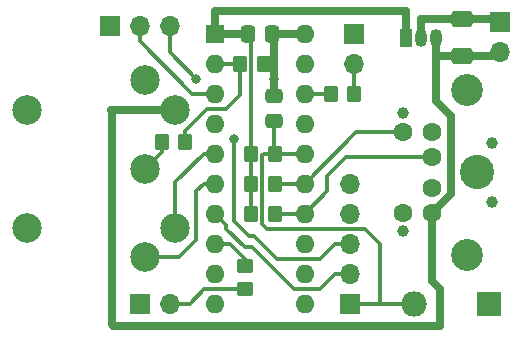
<source format=gbr>
%TF.GenerationSoftware,KiCad,Pcbnew,(6.0.0)*%
%TF.CreationDate,2022-10-20T13:44:37-04:00*%
%TF.ProjectId,TandyKey-A,54616e64-794b-4657-992d-412e6b696361,rev?*%
%TF.SameCoordinates,Original*%
%TF.FileFunction,Copper,L2,Bot*%
%TF.FilePolarity,Positive*%
%FSLAX46Y46*%
G04 Gerber Fmt 4.6, Leading zero omitted, Abs format (unit mm)*
G04 Created by KiCad (PCBNEW (6.0.0)) date 2022-10-20 13:44:37*
%MOMM*%
%LPD*%
G01*
G04 APERTURE LIST*
G04 Aperture macros list*
%AMRoundRect*
0 Rectangle with rounded corners*
0 $1 Rounding radius*
0 $2 $3 $4 $5 $6 $7 $8 $9 X,Y pos of 4 corners*
0 Add a 4 corners polygon primitive as box body*
4,1,4,$2,$3,$4,$5,$6,$7,$8,$9,$2,$3,0*
0 Add four circle primitives for the rounded corners*
1,1,$1+$1,$2,$3*
1,1,$1+$1,$4,$5*
1,1,$1+$1,$6,$7*
1,1,$1+$1,$8,$9*
0 Add four rect primitives between the rounded corners*
20,1,$1+$1,$2,$3,$4,$5,0*
20,1,$1+$1,$4,$5,$6,$7,0*
20,1,$1+$1,$6,$7,$8,$9,0*
20,1,$1+$1,$8,$9,$2,$3,0*%
G04 Aperture macros list end*
%TA.AperFunction,WasherPad*%
%ADD10C,2.499360*%
%TD*%
%TA.AperFunction,ComponentPad*%
%ADD11C,2.499360*%
%TD*%
%TA.AperFunction,ComponentPad*%
%ADD12R,1.700000X1.700000*%
%TD*%
%TA.AperFunction,ComponentPad*%
%ADD13O,1.700000X1.700000*%
%TD*%
%TA.AperFunction,ComponentPad*%
%ADD14R,2.159000X2.159000*%
%TD*%
%TA.AperFunction,ComponentPad*%
%ADD15O,2.159000X2.159000*%
%TD*%
%TA.AperFunction,ComponentPad*%
%ADD16R,1.050000X1.500000*%
%TD*%
%TA.AperFunction,ComponentPad*%
%ADD17O,1.050000X1.500000*%
%TD*%
%TA.AperFunction,ComponentPad*%
%ADD18R,1.600000X1.600000*%
%TD*%
%TA.AperFunction,ComponentPad*%
%ADD19O,1.600000X1.600000*%
%TD*%
%TA.AperFunction,ComponentPad*%
%ADD20C,2.700000*%
%TD*%
%TA.AperFunction,ComponentPad*%
%ADD21C,2.899999*%
%TD*%
%TA.AperFunction,ComponentPad*%
%ADD22C,1.600000*%
%TD*%
%TA.AperFunction,ComponentPad*%
%ADD23C,1.000000*%
%TD*%
%TA.AperFunction,SMDPad,CuDef*%
%ADD24RoundRect,0.250000X-0.350000X-0.450000X0.350000X-0.450000X0.350000X0.450000X-0.350000X0.450000X0*%
%TD*%
%TA.AperFunction,SMDPad,CuDef*%
%ADD25RoundRect,0.250000X-0.337500X-0.475000X0.337500X-0.475000X0.337500X0.475000X-0.337500X0.475000X0*%
%TD*%
%TA.AperFunction,SMDPad,CuDef*%
%ADD26RoundRect,0.250000X0.475000X-0.337500X0.475000X0.337500X-0.475000X0.337500X-0.475000X-0.337500X0*%
%TD*%
%TA.AperFunction,SMDPad,CuDef*%
%ADD27RoundRect,0.250000X0.650000X-0.412500X0.650000X0.412500X-0.650000X0.412500X-0.650000X-0.412500X0*%
%TD*%
%TA.AperFunction,SMDPad,CuDef*%
%ADD28RoundRect,0.250000X0.350000X0.450000X-0.350000X0.450000X-0.350000X-0.450000X0.350000X-0.450000X0*%
%TD*%
%TA.AperFunction,SMDPad,CuDef*%
%ADD29RoundRect,0.250000X-0.450000X0.350000X-0.450000X-0.350000X0.450000X-0.350000X0.450000X0.350000X0*%
%TD*%
%TA.AperFunction,ViaPad*%
%ADD30C,0.800000*%
%TD*%
%TA.AperFunction,Conductor*%
%ADD31C,0.635000*%
%TD*%
%TA.AperFunction,Conductor*%
%ADD32C,0.304800*%
%TD*%
%TA.AperFunction,Conductor*%
%ADD33C,0.250000*%
%TD*%
G04 APERTURE END LIST*
D10*
%TO.P,J1,*%
%TO.N,*%
X106349800Y-101203760D03*
X106349800Y-91201240D03*
D11*
%TO.P,J1,1,Pin_1*%
%TO.N,KBD_DTA*%
X116344700Y-103700580D03*
%TO.P,J1,2,Pin_2*%
%TO.N,Net-(J1-Pad2)*%
X116347240Y-96202500D03*
%TO.P,J1,3,Pin_3*%
%TO.N,GND*%
X116344700Y-88704420D03*
%TO.P,J1,4,Pin_4*%
%TO.N,KBD_CLK*%
X118846600Y-101198680D03*
%TO.P,J1,5,Pin_5*%
%TO.N,+5V*%
X118846600Y-91206320D03*
%TD*%
D12*
%TO.P,J5,1,Pin_1*%
%TO.N,GND*%
X113362500Y-84137500D03*
D13*
%TO.P,J5,2,Pin_2*%
%TO.N,BSL_TX*%
X115902500Y-84137500D03*
%TO.P,J5,3,Pin_3*%
%TO.N,Net-(J5-Pad3)*%
X118442500Y-84137500D03*
%TD*%
D14*
%TO.P,SW1,1,1*%
%TO.N,GND*%
X145465000Y-107632500D03*
D15*
%TO.P,SW1,2,2*%
%TO.N,_RST*%
X139065000Y-107632500D03*
%TD*%
D16*
%TO.P,U2,1,VO*%
%TO.N,+3V3*%
X138430000Y-85132500D03*
D17*
%TO.P,U2,2,GND*%
%TO.N,GND*%
X139700000Y-85132500D03*
%TO.P,U2,3,VI*%
%TO.N,+5V*%
X140970000Y-85132500D03*
%TD*%
D18*
%TO.P,U1,1,DVCC*%
%TO.N,+3V3*%
X122247508Y-84777504D03*
D19*
%TO.P,U1,2,TA0CLK/ACLK/CA0/P1.0*%
%TO.N,KBD_BSY*%
X122247508Y-87317504D03*
%TO.P,U1,3,TA0.0/UCA0RXD/UCA0SOMI/P1.1*%
%TO.N,BSL_TX*%
X122247508Y-89857504D03*
%TO.P,U1,4,TA0.1/UCA0TXD/UCA0SIMO/P1.2*%
%TO.N,Net-(J5-Pad3)*%
X122247508Y-92397504D03*
%TO.P,U1,5,P1.3*%
%TO.N,KBD_CLK*%
X122247508Y-94937504D03*
%TO.P,U1,6,TCK/SMCLK/UCB0STE/UCA0CLK/P1.4*%
%TO.N,KBD_DTA*%
X122247508Y-97477504D03*
%TO.P,U1,7,TMS/TA0.0/UCB0CLK/UCA0STE/P1.5*%
%TO.N,BSL_RX*%
X122247508Y-100017504D03*
%TO.P,U1,8,P2.0/TA1.0*%
%TO.N,Net-(R8-Pad1)*%
X122247508Y-102557504D03*
%TO.P,U1,9,P2.1/TA1.1*%
%TO.N,unconnected-(U1-Pad9)*%
X122247508Y-105097504D03*
%TO.P,U1,10,P2.2/TA1.1*%
%TO.N,unconnected-(U1-Pad10)*%
X122247508Y-107637504D03*
%TO.P,U1,11,P2.3/TA1.0*%
%TO.N,unconnected-(U1-Pad11)*%
X129867508Y-107637504D03*
%TO.P,U1,12,P2.4/TA1.2*%
%TO.N,unconnected-(U1-Pad12)*%
X129867508Y-105097504D03*
%TO.P,U1,13,P2.5/TA1.2*%
%TO.N,unconnected-(U1-Pad13)*%
X129867508Y-102557504D03*
%TO.P,U1,14,TDI/TCLK/TA0.1/UCB0SOMI/UCB0SCL/P1.6*%
%TO.N,PS2_DTA*%
X129867508Y-100017504D03*
%TO.P,U1,15,TDO/TDI/UCB0SIMO/UCB0SDA/P1.7*%
%TO.N,PS2_CLK*%
X129867508Y-97477504D03*
%TO.P,U1,16,~{RST}/NMI/SBWTDIO*%
%TO.N,_RST*%
X129867508Y-94937504D03*
%TO.P,U1,17,TEST/SBWTCK*%
%TO.N,TEST*%
X129867508Y-92397504D03*
%TO.P,U1,18,P2.7/XOUT*%
%TO.N,Net-(R3-Pad1)*%
X129867508Y-89857504D03*
%TO.P,U1,19,P2.6/XIN/TA0.1*%
%TO.N,unconnected-(U1-Pad19)*%
X129867508Y-87317504D03*
%TO.P,U1,20,DVSS*%
%TO.N,GND*%
X129867508Y-84777504D03*
%TD*%
D20*
%TO.P,J2,0*%
%TO.N,GND*%
X143625000Y-103520001D03*
X143625000Y-89519999D03*
D21*
X144425000Y-96520000D03*
D22*
%TO.P,J2,1*%
%TO.N,PS2_DTA*%
X140625000Y-95220000D03*
%TO.P,J2,2*%
%TO.N,unconnected-(J2-Pad2)*%
X140625000Y-97820000D03*
%TO.P,J2,3*%
%TO.N,GND*%
X140625000Y-93120000D03*
%TO.P,J2,4*%
%TO.N,+5V*%
X140625000Y-99920000D03*
%TO.P,J2,5*%
%TO.N,PS2_CLK*%
X138125000Y-93120000D03*
%TO.P,J2,6*%
%TO.N,unconnected-(J2-Pad6)*%
X138125000Y-99920000D03*
D23*
%TO.P,J2,M1*%
%TO.N,N/C*%
X145725000Y-94020000D03*
%TO.P,J2,M2*%
X145725000Y-99020000D03*
%TO.P,J2,M3*%
X138125000Y-91520000D03*
%TO.P,J2,M4*%
X138125000Y-101520000D03*
%TD*%
D12*
%TO.P,D1,1,Pin_1*%
%TO.N,GND*%
X133985000Y-84772500D03*
D13*
%TO.P,D1,2,Pin_2*%
%TO.N,Net-(D1-Pad2)*%
X133985000Y-87312500D03*
%TD*%
D12*
%TO.P,J3,1,Pin_1*%
%TO.N,_RST*%
X133667500Y-107627500D03*
D13*
%TO.P,J3,2,Pin_2*%
%TO.N,BSL_RX*%
X133667500Y-105087500D03*
%TO.P,J3,3,Pin_3*%
%TO.N,BSL_TX*%
X133667500Y-102547500D03*
%TO.P,J3,4,Pin_4*%
%TO.N,TEST*%
X133667500Y-100007500D03*
%TO.P,J3,5,Pin_5*%
%TO.N,GND*%
X133667500Y-97467500D03*
%TD*%
D12*
%TO.P,J4,1,Pin_1*%
%TO.N,GND*%
X146367500Y-83820000D03*
D13*
%TO.P,J4,2,Pin_2*%
%TO.N,+5V*%
X146367500Y-86360000D03*
%TD*%
D12*
%TO.P,D2,1,Pin_1*%
%TO.N,GND*%
X115882500Y-107632500D03*
D13*
%TO.P,D2,2,Pin_2*%
%TO.N,Net-(D2-Pad2)*%
X118422500Y-107632500D03*
%TD*%
D24*
%TO.P,R1,1*%
%TO.N,Net-(J1-Pad2)*%
X117745000Y-93980000D03*
%TO.P,R1,2*%
%TO.N,KBD_BSY*%
X119745000Y-93980000D03*
%TD*%
D25*
%TO.P,C1,1*%
%TO.N,+3V3*%
X125010000Y-84772500D03*
%TO.P,C1,2*%
%TO.N,GND*%
X127085000Y-84772500D03*
%TD*%
D26*
%TO.P,C4,1*%
%TO.N,_RST*%
X127270000Y-92160000D03*
%TO.P,C4,2*%
%TO.N,GND*%
X127270000Y-90085000D03*
%TD*%
D27*
%TO.P,C2,1*%
%TO.N,+5V*%
X143192500Y-86652500D03*
%TO.P,C2,2*%
%TO.N,GND*%
X143192500Y-83527500D03*
%TD*%
D28*
%TO.P,R7,1*%
%TO.N,PS2_DTA*%
X127317500Y-100012500D03*
%TO.P,R7,2*%
%TO.N,+3V3*%
X125317500Y-100012500D03*
%TD*%
D24*
%TO.P,R2,1*%
%TO.N,KBD_BSY*%
X124375008Y-87312500D03*
%TO.P,R2,2*%
%TO.N,GND*%
X126375008Y-87312500D03*
%TD*%
%TO.P,R4,1*%
%TO.N,+3V3*%
X125317500Y-94932500D03*
%TO.P,R4,2*%
%TO.N,_RST*%
X127317500Y-94932500D03*
%TD*%
%TO.P,R3,1*%
%TO.N,Net-(R3-Pad1)*%
X132032500Y-89852500D03*
%TO.P,R3,2*%
%TO.N,Net-(D1-Pad2)*%
X134032500Y-89852500D03*
%TD*%
D28*
%TO.P,R6,1*%
%TO.N,PS2_CLK*%
X127317500Y-97472500D03*
%TO.P,R6,2*%
%TO.N,+3V3*%
X125317500Y-97472500D03*
%TD*%
D29*
%TO.P,R8,1*%
%TO.N,Net-(R8-Pad1)*%
X124777500Y-104410000D03*
%TO.P,R8,2*%
%TO.N,Net-(D2-Pad2)*%
X124777500Y-106410000D03*
%TD*%
D30*
%TO.N,GND*%
X127270002Y-88629998D03*
%TO.N,Net-(J5-Pad3)*%
X120650000Y-88582500D03*
%TO.N,BSL_TX*%
X123825000Y-93662500D03*
%TD*%
D31*
%TO.N,+3V3*%
X122247508Y-84777504D02*
X125004996Y-84777504D01*
X122247508Y-82877508D02*
X122247508Y-84777504D01*
X138430000Y-82867500D02*
X138430000Y-85132494D01*
D32*
X125326928Y-100003072D02*
X125326928Y-85089428D01*
D31*
X122237500Y-82867500D02*
X138430000Y-82867500D01*
%TO.N,GND*%
X129867508Y-84777504D02*
X127089992Y-84777504D01*
X139700000Y-83502500D02*
X143167506Y-83502500D01*
D33*
X145415000Y-83502500D02*
X146050000Y-83502500D01*
D31*
X139700000Y-85132494D02*
X139700000Y-83502500D01*
X143192500Y-83527494D02*
X145390006Y-83527494D01*
D32*
X126375008Y-87312500D02*
X127222500Y-87312500D01*
D31*
X127270002Y-88629998D02*
X127270002Y-87265002D01*
X127270002Y-87265002D02*
X127270002Y-84957488D01*
D33*
X145390000Y-83527500D02*
X145415000Y-83502500D01*
D31*
X127270002Y-90085012D02*
X127270002Y-88629998D01*
D32*
X127222500Y-87312500D02*
X127270000Y-87265000D01*
D31*
%TO.N,+5V*%
X143192500Y-86652506D02*
X145707506Y-86652506D01*
X140624992Y-99919993D02*
X142240000Y-98305010D01*
X140970000Y-86677500D02*
X140970000Y-85132500D01*
X113431320Y-91206320D02*
X118846600Y-91206320D01*
D33*
X140995000Y-86652500D02*
X140970000Y-86677500D01*
D31*
X113497030Y-91272030D02*
X113497030Y-109387970D01*
X141287500Y-109537500D02*
X141287500Y-106362500D01*
X143192500Y-86652506D02*
X140994994Y-86652506D01*
X140624992Y-105699992D02*
X140624992Y-99919993D01*
X142240000Y-91757500D02*
X140970000Y-90487500D01*
X141287500Y-106362500D02*
X140624992Y-105699992D01*
X113497030Y-109387970D02*
X113646560Y-109537500D01*
X142240000Y-98305010D02*
X142240000Y-91757500D01*
X140970000Y-90487500D02*
X140970000Y-86677500D01*
X113646560Y-109537500D02*
X141287500Y-109537500D01*
D32*
%TO.N,Net-(D1-Pad2)*%
X134032500Y-89852500D02*
X134032500Y-87360000D01*
%TO.N,KBD_CLK*%
X121290004Y-94937504D02*
X121285000Y-94932500D01*
X118846600Y-97370900D02*
X118846600Y-101198680D01*
X122247508Y-94937504D02*
X121290004Y-94937504D01*
X121285000Y-94932500D02*
X118846600Y-97370900D01*
%TO.N,KBD_DTA*%
X121285000Y-97472500D02*
X120650000Y-98107500D01*
X121290004Y-97477504D02*
X121285000Y-97472500D01*
X120650000Y-102235000D02*
X119184420Y-103700580D01*
X119184420Y-103700580D02*
X116344700Y-103700580D01*
X120650000Y-98107500D02*
X120650000Y-102235000D01*
X122247508Y-97477504D02*
X121290004Y-97477504D01*
%TO.N,PS2_DTA*%
X127317500Y-100012500D02*
X129862504Y-100012500D01*
X131762500Y-96837500D02*
X133380000Y-95220000D01*
X133380000Y-95220000D02*
X140625000Y-95220000D01*
X129867508Y-100017504D02*
X131762500Y-98122512D01*
X131762500Y-98122512D02*
X131762500Y-96837500D01*
%TO.N,PS2_CLK*%
X127317500Y-97472500D02*
X129862504Y-97472500D01*
X134210000Y-93120000D02*
X138020000Y-93120000D01*
X129867508Y-97462492D02*
X134210000Y-93120000D01*
%TO.N,_RST*%
X127317500Y-94932500D02*
X126365000Y-94932500D01*
X136207500Y-102552500D02*
X136207500Y-107632500D01*
X136202500Y-107627500D02*
X136207500Y-107632500D01*
X139065000Y-107632500D02*
X136207500Y-107632500D01*
X126682500Y-101282500D02*
X134937500Y-101282500D01*
X134937500Y-101282500D02*
X136207500Y-102552500D01*
X126269420Y-95028080D02*
X126269420Y-100869420D01*
X126269420Y-100869420D02*
X126682500Y-101282500D01*
X133667500Y-107627500D02*
X136202500Y-107627500D01*
X127270000Y-92160000D02*
X127270000Y-94885000D01*
X127317500Y-94932500D02*
X129862504Y-94932500D01*
X126365000Y-94932500D02*
X126269420Y-95028080D01*
%TO.N,KBD_BSY*%
X119745000Y-92980000D02*
X121602500Y-91122500D01*
X119745000Y-93980000D02*
X119745000Y-92980000D01*
X123190000Y-91122500D02*
X124375008Y-89937492D01*
X122247508Y-87317504D02*
X124370004Y-87317504D01*
X121602500Y-91122500D02*
X123190000Y-91122500D01*
X124375008Y-89937492D02*
X124375008Y-87312500D01*
%TO.N,Net-(R3-Pad1)*%
X129867508Y-89857504D02*
X132027496Y-89857504D01*
%TO.N,Net-(D2-Pad2)*%
X118422500Y-107632500D02*
X120110000Y-107632500D01*
X120110000Y-107632500D02*
X121332500Y-106410000D01*
X124777500Y-106410000D02*
X121332500Y-106410000D01*
%TO.N,Net-(J5-Pad3)*%
X120650000Y-88582500D02*
X118427500Y-86360000D01*
X118442500Y-84137500D02*
X118442500Y-85075000D01*
X118427500Y-86360000D02*
X118427500Y-85090000D01*
X118442500Y-85075000D02*
X118427500Y-85090000D01*
X118427500Y-85090000D02*
X118427500Y-84772500D01*
%TO.N,BSL_TX*%
X131127500Y-103822500D02*
X132402500Y-102547500D01*
X115902500Y-85392500D02*
X115887500Y-85407500D01*
X132402500Y-102547500D02*
X133667500Y-102547500D01*
X127476257Y-103822500D02*
X131127500Y-103822500D01*
X125571256Y-101917500D02*
X127476257Y-103822500D01*
X115887500Y-85407500D02*
X115887500Y-84772500D01*
X123825000Y-100647500D02*
X125095000Y-101917500D01*
X122247508Y-89857504D02*
X120337504Y-89857504D01*
X123825000Y-93662500D02*
X123825000Y-100647500D01*
X115902500Y-84137500D02*
X115902500Y-85392500D01*
X120337504Y-89857504D02*
X115887500Y-85407500D01*
X125095000Y-101917500D02*
X125571256Y-101917500D01*
%TO.N,BSL_RX*%
X128905000Y-106362500D02*
X125412500Y-102870000D01*
X123190000Y-100959996D02*
X122247508Y-100017504D01*
X123190000Y-101282500D02*
X123190000Y-100959996D01*
X131127500Y-106362500D02*
X128905000Y-106362500D01*
X133667500Y-105087500D02*
X132402500Y-105087500D01*
X124777500Y-102870000D02*
X123190000Y-101282500D01*
X125412500Y-102870000D02*
X124777500Y-102870000D01*
X132402500Y-105087500D02*
X131127500Y-106362500D01*
%TO.N,Net-(R8-Pad1)*%
X123507500Y-102557504D02*
X124777500Y-103827504D01*
X124777500Y-103827504D02*
X124777500Y-104410000D01*
X122247508Y-102557504D02*
X123507500Y-102557504D01*
%TO.N,Net-(J1-Pad2)*%
X117745000Y-94804740D02*
X116347240Y-96202500D01*
X117745000Y-93980000D02*
X117745000Y-94804740D01*
%TD*%
M02*

</source>
